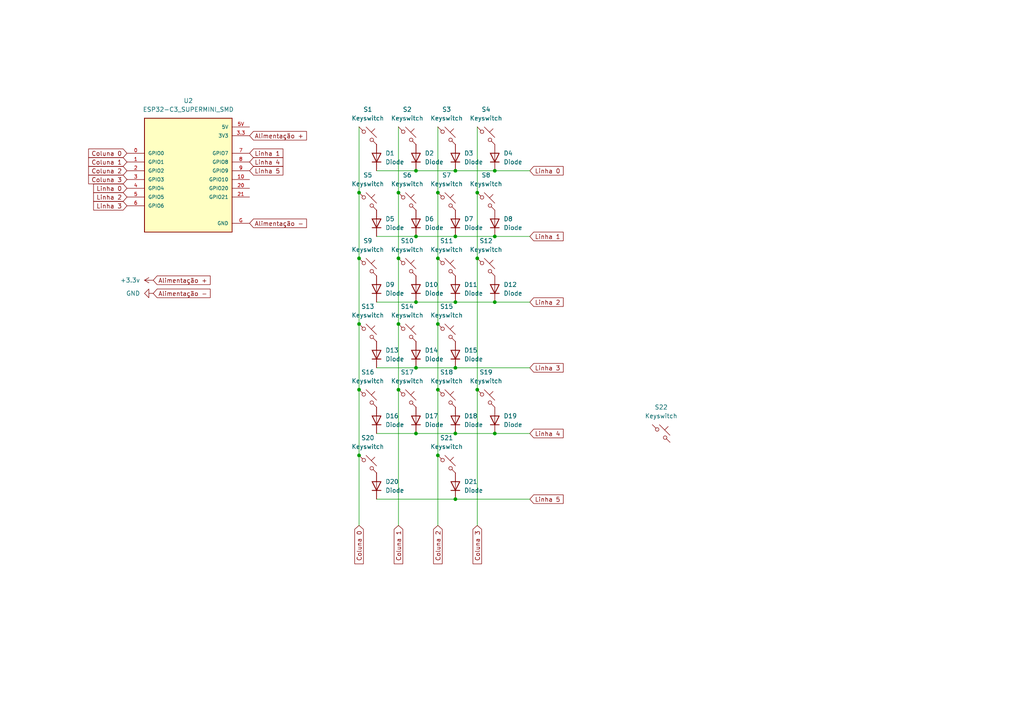
<source format=kicad_sch>
(kicad_sch (version 20231120) (generator "eeschema") (generator_version "8.0")
  (paper "A4")
  (lib_symbols
    (symbol "ESP32-C3_SUPERMINI_SMD:ESP32-C3_SUPERMINI_SMD" (pin_names (offset 1.016))
      (property "Reference" "U" (at -12.7 16.002 0))
      (property "Value" "ESP32-C3_SUPERMINI_SMD" (at -12.7 -20.32 0))
      (symbol "ESP32-C3_SUPERMINI_SMD_0_0"
        (rectangle (start -12.7 -17.78) (end 12.7 15.24) (stroke (width 0.254)) (fill (type background)))
        (pin bidirectional line (at -17.78 5.08 0) (length 5.08) (name "GPIO0") (number "0"))
        (pin bidirectional line (at -17.78 2.54 0) (length 5.08) (name "GPIO1") (number "1"))
        (pin bidirectional line (at 17.78 -2.54 180) (length 5.08) (name "GPIO10") (number "10"))
        (pin bidirectional line (at -17.78 0 0) (length 5.08) (name "GPIO2") (number "2"))
        (pin bidirectional line (at 17.78 -5.08 180) (length 5.08) (name "GPIO20") (number "20"))
        (pin bidirectional line (at 17.78 -7.62 180) (length 5.08) (name "GPIO21") (number "21"))
        (pin bidirectional line (at -17.78 -2.54 0) (length 5.08) (name "GPIO3") (number "3"))
        (pin power_in line (at 17.78 10.16 180) (length 5.08) (name "3V3") (number "3.3"))
        (pin bidirectional line (at -17.78 -5.08 0) (length 5.08) (name "GPIO4") (number "4"))
        (pin bidirectional line (at -17.78 -7.62 0) (length 5.08) (name "GPIO5") (number "5"))
        (pin power_in line (at 17.78 12.7 180) (length 5.08) (name "5V") (number "5V"))
        (pin bidirectional line (at -17.78 -10.16 0) (length 5.08) (name "GPIO6") (number "6"))
        (pin bidirectional line (at 17.78 5.08 180) (length 5.08) (name "GPIO7") (number "7"))
        (pin bidirectional line (at 17.78 2.54 180) (length 5.08) (name "GPIO8") (number "8"))
        (pin bidirectional line (at 17.78 0 180) (length 5.08) (name "GPIO9") (number "9"))
        (pin power_in line (at 17.78 -15.24 180) (length 5.08) (name "GND") (number "G"))
      )
    )
    (symbol "ScottoKeebs:Placeholder_Diode" (pin_numbers hide) (pin_names hide)
      (property "Reference" "D" (at 0 2.54 0))
      (property "Value" "Diode" (at 0 -2.54 0))
      (symbol "Placeholder_Diode_0_1"
        (polyline (pts (xy -1.27 1.27) (xy -1.27 -1.27)) (stroke (width 0.254)))
        (polyline (pts (xy 1.27 0) (xy -1.27 0)))
        (polyline (pts (xy 1.27 1.27) (xy 1.27 -1.27) (xy -1.27 0) (xy 1.27 1.27)) (stroke (width 0.254)))
      )
      (symbol "Placeholder_Diode_1_1"
        (pin passive line (at -3.81 0 0) (length 2.54) (name "K") (number "1"))
        (pin passive line (at 3.81 0 180) (length 2.54) (name "A") (number "2"))
      )
    )
    (symbol "ScottoKeebs:Placeholder_Keyswitch" (pin_numbers hide) (pin_names (offset 1.016) hide)
      (property "Reference" "S" (at 3.048 1.016 0))
      (property "Value" "Keyswitch" (at 0 -3.81 0))
      (symbol "Placeholder_Keyswitch_0_1"
        (circle (center -1.1684 1.1684) (radius 0.508))
        (polyline (pts (xy -0.508 2.54) (xy 2.54 -0.508)))
        (polyline (pts (xy 1.016 1.016) (xy 2.032 2.032)))
        (polyline (pts (xy -2.54 2.54) (xy -1.524 1.524) (xy -1.524 1.524)))
        (polyline (pts (xy 1.524 -1.524) (xy 2.54 -2.54) (xy 2.54 -2.54) (xy 2.54 -2.54)))
        (circle (center 1.143 -1.1938) (radius 0.508))
        (pin passive line (at -2.54 2.54 0) (length 0) (name "1") (number "1"))
        (pin passive line (at 2.54 -2.54 180) (length 0) (name "2") (number "2"))
      )
    )
    (symbol "power:+5V" (power) (pin_numbers hide) (pin_names (offset 0) hide)
      (property "Value" "+5V" (at 0 3.556 0))
      (symbol "+5V_0_1"
        (polyline (pts (xy -0.762 1.27) (xy 0 2.54)))
        (polyline (pts (xy 0 0) (xy 0 2.54)))
        (polyline (pts (xy 0 2.54) (xy 0.762 1.27)))
      )
      (symbol "+5V_1_1"
        (pin power_in line (at 0 0 90) (length 0) (name "~") (number "1"))
      )
    )
    (symbol "power:GND" (power) (pin_numbers hide) (pin_names (offset 0) hide)
      (property "Value" "GND" (at 0 -3.81 0))
      (symbol "GND_0_1"
        (polyline (pts (xy 0 0) (xy 0 -1.27) (xy 1.27 -1.27) (xy 0 -2.54) (xy -1.27 -1.27) (xy 0 -1.27)))
      )
      (symbol "GND_1_1"
        (pin power_in line (at 0 0 270) (length 0) (name "~") (number "1"))
      )
    )
  )
  (junction (at 127 93.98))
  (junction (at 132.08 144.78))
  (junction (at 120.65 125.73))
  (junction (at 127 113.03))
  (junction (at 143.51 68.58))
  (junction (at 104.14 113.03))
  (junction (at 143.51 87.63))
  (junction (at 104.14 132.08))
  (junction (at 115.57 55.88))
  (junction (at 120.65 68.58))
  (junction (at 120.65 87.63))
  (junction (at 104.14 55.88))
  (junction (at 132.08 49.53))
  (junction (at 115.57 74.93))
  (junction (at 127 132.08))
  (junction (at 120.65 49.53))
  (junction (at 115.57 113.03))
  (junction (at 127 74.93))
  (junction (at 104.14 93.98))
  (junction (at 104.14 74.93))
  (junction (at 132.08 87.63))
  (junction (at 138.43 113.03))
  (junction (at 120.65 106.68))
  (junction (at 132.08 125.73))
  (junction (at 143.51 49.53))
  (junction (at 138.43 74.93))
  (junction (at 127 55.88))
  (junction (at 132.08 106.68))
  (junction (at 115.57 93.98))
  (junction (at 138.43 55.88))
  (junction (at 132.08 68.58))
  (junction (at 143.51 125.73))
  (wire (pts (xy 115.57 36.83) (xy 115.57 55.88)))
  (wire (pts (xy 127 113.03) (xy 127 132.08)))
  (wire (pts (xy 138.43 74.93) (xy 138.43 113.03)))
  (wire (pts (xy 132.08 106.68) (xy 153.67 106.68)))
  (wire (pts (xy 115.57 93.98) (xy 115.57 113.03)))
  (wire (pts (xy 120.65 125.73) (xy 132.08 125.73)))
  (wire (pts (xy 109.22 87.63) (xy 120.65 87.63)))
  (wire (pts (xy 138.43 36.83) (xy 138.43 55.88)))
  (wire (pts (xy 120.65 68.58) (xy 132.08 68.58)))
  (wire (pts (xy 104.14 132.08) (xy 104.14 152.4)))
  (wire (pts (xy 132.08 68.58) (xy 143.51 68.58)))
  (wire (pts (xy 143.51 125.73) (xy 153.67 125.73)))
  (wire (pts (xy 109.22 125.73) (xy 120.65 125.73)))
  (wire (pts (xy 109.22 106.68) (xy 120.65 106.68)))
  (wire (pts (xy 138.43 113.03) (xy 138.43 152.4)))
  (wire (pts (xy 115.57 113.03) (xy 115.57 152.4)))
  (wire (pts (xy 115.57 55.88) (xy 115.57 74.93)))
  (wire (pts (xy 104.14 74.93) (xy 104.14 93.98)))
  (wire (pts (xy 132.08 125.73) (xy 143.51 125.73)))
  (wire (pts (xy 132.08 87.63) (xy 143.51 87.63)))
  (wire (pts (xy 120.65 49.53) (xy 132.08 49.53)))
  (wire (pts (xy 127 55.88) (xy 127 74.93)))
  (wire (pts (xy 104.14 113.03) (xy 104.14 132.08)))
  (wire (pts (xy 127 74.93) (xy 127 93.98)))
  (wire (pts (xy 109.22 144.78) (xy 132.08 144.78)))
  (wire (pts (xy 138.43 55.88) (xy 138.43 74.93)))
  (wire (pts (xy 109.22 49.53) (xy 120.65 49.53)))
  (wire (pts (xy 127 36.83) (xy 127 55.88)))
  (wire (pts (xy 127 93.98) (xy 127 113.03)))
  (wire (pts (xy 132.08 144.78) (xy 153.67 144.78)))
  (wire (pts (xy 143.51 87.63) (xy 153.67 87.63)))
  (wire (pts (xy 120.65 87.63) (xy 132.08 87.63)))
  (wire (pts (xy 104.14 36.83) (xy 104.14 55.88)))
  (wire (pts (xy 127 132.08) (xy 127 152.4)))
  (wire (pts (xy 132.08 49.53) (xy 143.51 49.53)))
  (wire (pts (xy 109.22 68.58) (xy 120.65 68.58)))
  (wire (pts (xy 143.51 68.58) (xy 153.67 68.58)))
  (wire (pts (xy 120.65 106.68) (xy 132.08 106.68)))
  (wire (pts (xy 143.51 49.53) (xy 153.67 49.53)))
  (wire (pts (xy 104.14 55.88) (xy 104.14 74.93)))
  (wire (pts (xy 115.57 74.93) (xy 115.57 93.98)))
  (wire (pts (xy 104.14 93.98) (xy 104.14 113.03)))
  (global_label "Linha 4" (shape input) (at 153.67 125.73 0) (property "Intersheetrefs" "${INTERSHEET_REFS}" (effects (hide yes))))
  (global_label "Coluna 2" (shape input) (at 36.83 49.53 180) (property "Intersheetrefs" "${INTERSHEET_REFS}" (effects (hide yes))))
  (global_label "Linha 5" (shape input) (at 72.39 49.53 0) (property "Intersheetrefs" "${INTERSHEET_REFS}" (effects (hide yes))))
  (global_label "Alimentação +" (shape input) (at 44.45 81.28 0) (property "Intersheetrefs" "${INTERSHEET_REFS}" (effects (hide yes))))
  (global_label "Linha 2" (shape input) (at 153.67 87.63 0) (property "Intersheetrefs" "${INTERSHEET_REFS}" (effects (hide yes))))
  (global_label "Alimentação -" (shape input) (at 44.45 85.09 0) (property "Intersheetrefs" "${INTERSHEET_REFS}" (effects (hide yes))))
  (global_label "Linha 3" (shape input) (at 153.67 106.68 0) (property "Intersheetrefs" "${INTERSHEET_REFS}" (effects (hide yes))))
  (global_label "Coluna 3" (shape input) (at 36.83 52.07 180) (property "Intersheetrefs" "${INTERSHEET_REFS}" (effects (hide yes))))
  (global_label "Coluna 0" (shape input) (at 36.83 44.45 180) (property "Intersheetrefs" "${INTERSHEET_REFS}" (effects (hide yes))))
  (global_label "Coluna 3" (shape input) (at 138.43 152.4 270) (property "Intersheetrefs" "${INTERSHEET_REFS}" (effects (hide yes))))
  (global_label "Alimentação -" (shape input) (at 72.39 64.77 0) (property "Intersheetrefs" "${INTERSHEET_REFS}" (effects (hide yes))))
  (global_label "Linha 3" (shape input) (at 36.83 59.69 180) (property "Intersheetrefs" "${INTERSHEET_REFS}" (effects (hide yes))))
  (global_label "Coluna 1" (shape input) (at 115.57 152.4 270) (property "Intersheetrefs" "${INTERSHEET_REFS}" (effects (hide yes))))
  (global_label "Linha 1" (shape input) (at 72.39 44.45 0) (property "Intersheetrefs" "${INTERSHEET_REFS}" (effects (hide yes))))
  (global_label "Linha 5" (shape input) (at 153.67 144.78 0) (property "Intersheetrefs" "${INTERSHEET_REFS}" (effects (hide yes))))
  (global_label "Alimentação +" (shape input) (at 72.39 39.37 0) (property "Intersheetrefs" "${INTERSHEET_REFS}" (effects (hide yes))))
  (global_label "Linha 1" (shape input) (at 153.67 68.58 0) (property "Intersheetrefs" "${INTERSHEET_REFS}" (effects (hide yes))))
  (global_label "Linha 4" (shape input) (at 72.39 46.99 0) (property "Intersheetrefs" "${INTERSHEET_REFS}" (effects (hide yes))))
  (global_label "Coluna 0" (shape input) (at 104.14 152.4 270) (property "Intersheetrefs" "${INTERSHEET_REFS}" (effects (hide yes))))
  (global_label "Coluna 2" (shape input) (at 127 152.4 270) (property "Intersheetrefs" "${INTERSHEET_REFS}" (effects (hide yes))))
  (global_label "Linha 0" (shape input) (at 153.67 49.53 0) (property "Intersheetrefs" "${INTERSHEET_REFS}" (effects (hide yes))))
  (global_label "Linha 2" (shape input) (at 36.83 57.15 180) (property "Intersheetrefs" "${INTERSHEET_REFS}" (effects (hide yes))))
  (global_label "Linha 0" (shape input) (at 36.83 54.61 180) (property "Intersheetrefs" "${INTERSHEET_REFS}" (effects (hide yes))))
  (global_label "Coluna 1" (shape input) (at 36.83 46.99 180) (property "Intersheetrefs" "${INTERSHEET_REFS}" (effects (hide yes))))
  (symbol (lib_id "ScottoKeebs:Placeholder_Keyswitch") (at 118.11 39.37 0) (unit 1)
    (property "Reference" "S2" (at 118.11 31.75 0))
    (property "Value" "Keyswitch" (at 118.11 34.29 0))
    (property "Footprint" "ScottoKeebs_Hotswap:Hotswap_MX_Plated_1.00u" (effects (hide yes)))
    (property "Description" "Push button switch, normally open, two pins, 45° tilted" (effects (hide yes)))
  )
  (symbol (lib_id "ScottoKeebs:Placeholder_Keyswitch") (at 191.77 125.73 0) (unit 1)
    (property "Reference" "S22" (at 191.77 118.11 0))
    (property "Value" "Keyswitch" (at 191.77 120.65 0))
    (property "Footprint" "Keebio-Parts:Cherry-MX-Low-Profile" (effects (hide yes)))
    (property "Description" "Push button switch, normally open, two pins, 45° tilted" (effects (hide yes)))
  )
  (symbol (lib_id "ScottoKeebs:Placeholder_Diode") (at 132.08 140.97 90) (unit 1)
    (property "Reference" "D21" (at 134.62 139.6999 90) (effects (justify right)))
    (property "Value" "Diode" (at 134.62 142.2399 90) (effects (justify right)))
    (property "Footprint" "Diode_THT:D_DO-35_SOD27_P7.62mm_Horizontal" (effects (hide yes)))
    (property "Description" "1N4148 (DO-35) or 1N4148W (SOD-123)" (effects (hide yes)))
    (property "Sim.Device" "D" (effects (hide yes)))
    (property "Sim.Pins" "1=K 2=A" (effects (hide yes)))
  )
  (symbol (lib_id "ScottoKeebs:Placeholder_Keyswitch") (at 106.68 77.47 0) (unit 1)
    (property "Reference" "S9" (at 106.68 69.85 0))
    (property "Value" "Keyswitch" (at 106.68 72.39 0))
    (property "Footprint" "ScottoKeebs_Hotswap:Hotswap_MX_Plated_1.00u" (effects (hide yes)))
    (property "Description" "Push button switch, normally open, two pins, 45° tilted" (effects (hide yes)))
  )
  (symbol (lib_id "ScottoKeebs:Placeholder_Keyswitch") (at 118.11 77.47 0) (unit 1)
    (property "Reference" "S10" (at 118.11 69.85 0))
    (property "Value" "Keyswitch" (at 118.11 72.39 0))
    (property "Footprint" "ScottoKeebs_Hotswap:Hotswap_MX_Plated_1.00u" (effects (hide yes)))
    (property "Description" "Push button switch, normally open, two pins, 45° tilted" (effects (hide yes)))
  )
  (symbol (lib_id "ScottoKeebs:Placeholder_Keyswitch") (at 118.11 58.42 0) (unit 1)
    (property "Reference" "S6" (at 118.11 50.8 0))
    (property "Value" "Keyswitch" (at 118.11 53.34 0))
    (property "Footprint" "ScottoKeebs_Hotswap:Hotswap_MX_Plated_1.00u" (effects (hide yes)))
    (property "Description" "Push button switch, normally open, two pins, 45° tilted" (effects (hide yes)))
  )
  (symbol (lib_id "ScottoKeebs:Placeholder_Diode") (at 120.65 121.92 90) (unit 1)
    (property "Reference" "D17" (at 123.19 120.6499 90) (effects (justify right)))
    (property "Value" "Diode" (at 123.19 123.1899 90) (effects (justify right)))
    (property "Footprint" "Diode_THT:D_DO-35_SOD27_P7.62mm_Horizontal" (effects (hide yes)))
    (property "Description" "1N4148 (DO-35) or 1N4148W (SOD-123)" (effects (hide yes)))
    (property "Sim.Device" "D" (effects (hide yes)))
    (property "Sim.Pins" "1=K 2=A" (effects (hide yes)))
  )
  (symbol (lib_id "ScottoKeebs:Placeholder_Keyswitch") (at 140.97 115.57 0) (unit 1)
    (property "Reference" "S19" (at 140.97 107.95 0))
    (property "Value" "Keyswitch" (at 140.97 110.49 0))
    (property "Footprint" "ScottoKeebs_Hotswap:Hotswap_MX_Plated_1.00u" (effects (hide yes)))
    (property "Description" "Push button switch, normally open, two pins, 45° tilted" (effects (hide yes)))
  )
  (symbol (lib_id "ScottoKeebs:Placeholder_Diode") (at 143.51 121.92 90) (unit 1)
    (property "Reference" "D19" (at 146.05 120.6499 90) (effects (justify right)))
    (property "Value" "Diode" (at 146.05 123.1899 90) (effects (justify right)))
    (property "Footprint" "Diode_THT:D_DO-35_SOD27_P7.62mm_Horizontal" (effects (hide yes)))
    (property "Description" "1N4148 (DO-35) or 1N4148W (SOD-123)" (effects (hide yes)))
    (property "Sim.Device" "D" (effects (hide yes)))
    (property "Sim.Pins" "1=K 2=A" (effects (hide yes)))
  )
  (symbol (lib_id "ScottoKeebs:Placeholder_Keyswitch") (at 129.54 115.57 0) (unit 1)
    (property "Reference" "S18" (at 129.54 107.95 0))
    (property "Value" "Keyswitch" (at 129.54 110.49 0))
    (property "Footprint" "ScottoKeebs_Hotswap:Hotswap_MX_Plated_1.00u" (effects (hide yes)))
    (property "Description" "Push button switch, normally open, two pins, 45° tilted" (effects (hide yes)))
  )
  (symbol (lib_id "ScottoKeebs:Placeholder_Keyswitch") (at 106.68 58.42 0) (unit 1)
    (property "Reference" "S5" (at 106.68 50.8 0))
    (property "Value" "Keyswitch" (at 106.68 53.34 0))
    (property "Footprint" "ScottoKeebs_Hotswap:Hotswap_MX_Plated_1.00u" (effects (hide yes)))
    (property "Description" "Push button switch, normally open, two pins, 45° tilted" (effects (hide yes)))
  )
  (symbol (lib_id "power:+5V") (at 44.45 81.28 90) (unit 1)
    (property "Reference" "#PWR01" (effects (hide yes)))
    (property "Value" "+3.3v" (at 40.64 81.2799 90) (effects (justify left)))
    (property "Description" "Power symbol creates a global label with name \"+5V\"" (effects (hide yes)))
  )
  (symbol (lib_id "ScottoKeebs:Placeholder_Keyswitch") (at 140.97 39.37 0) (unit 1)
    (property "Reference" "S4" (at 140.97 31.75 0))
    (property "Value" "Keyswitch" (at 140.97 34.29 0))
    (property "Footprint" "ScottoKeebs_Hotswap:Hotswap_MX_Plated_1.00u" (effects (hide yes)))
    (property "Description" "Push button switch, normally open, two pins, 45° tilted" (effects (hide yes)))
  )
  (symbol (lib_id "ScottoKeebs:Placeholder_Keyswitch") (at 106.68 134.62 0) (unit 1)
    (property "Reference" "S20" (at 106.68 127 0))
    (property "Value" "Keyswitch" (at 106.68 129.54 0))
    (property "Footprint" "ScottoKeebs_Hotswap:Hotswap_MX_Plated_1.00u" (effects (hide yes)))
    (property "Description" "Push button switch, normally open, two pins, 45° tilted" (effects (hide yes)))
  )
  (symbol (lib_id "ScottoKeebs:Placeholder_Diode") (at 132.08 83.82 90) (unit 1)
    (property "Reference" "D11" (at 134.62 82.5499 90) (effects (justify right)))
    (property "Value" "Diode" (at 134.62 85.0899 90) (effects (justify right)))
    (property "Footprint" "Diode_THT:D_DO-35_SOD27_P7.62mm_Horizontal" (effects (hide yes)))
    (property "Description" "1N4148 (DO-35) or 1N4148W (SOD-123)" (effects (hide yes)))
    (property "Sim.Device" "D" (effects (hide yes)))
    (property "Sim.Pins" "1=K 2=A" (effects (hide yes)))
  )
  (symbol (lib_id "ScottoKeebs:Placeholder_Keyswitch") (at 129.54 58.42 0) (unit 1)
    (property "Reference" "S7" (at 129.54 50.8 0))
    (property "Value" "Keyswitch" (at 129.54 53.34 0))
    (property "Footprint" "ScottoKeebs_Hotswap:Hotswap_MX_Plated_1.00u" (effects (hide yes)))
    (property "Description" "Push button switch, normally open, two pins, 45° tilted" (effects (hide yes)))
  )
  (symbol (lib_id "ScottoKeebs:Placeholder_Keyswitch") (at 140.97 77.47 0) (unit 1)
    (property "Reference" "S12" (at 140.97 69.85 0))
    (property "Value" "Keyswitch" (at 140.97 72.39 0))
    (property "Footprint" "ScottoKeebs_Hotswap:Hotswap_MX_Plated_1.00u" (effects (hide yes)))
    (property "Description" "Push button switch, normally open, two pins, 45° tilted" (effects (hide yes)))
  )
  (symbol (lib_id "ScottoKeebs:Placeholder_Diode") (at 143.51 45.72 90) (unit 1)
    (property "Reference" "D4" (at 146.05 44.4499 90) (effects (justify right)))
    (property "Value" "Diode" (at 146.05 46.9899 90) (effects (justify right)))
    (property "Footprint" "Diode_THT:D_DO-35_SOD27_P7.62mm_Horizontal" (effects (hide yes)))
    (property "Description" "1N4148 (DO-35) or 1N4148W (SOD-123)" (effects (hide yes)))
    (property "Sim.Device" "D" (effects (hide yes)))
    (property "Sim.Pins" "1=K 2=A" (effects (hide yes)))
  )
  (symbol (lib_id "ScottoKeebs:Placeholder_Diode") (at 109.22 102.87 90) (unit 1)
    (property "Reference" "D13" (at 111.76 101.5999 90) (effects (justify right)))
    (property "Value" "Diode" (at 111.76 104.1399 90) (effects (justify right)))
    (property "Footprint" "Diode_THT:D_DO-35_SOD27_P7.62mm_Horizontal" (effects (hide yes)))
    (property "Description" "1N4148 (DO-35) or 1N4148W (SOD-123)" (effects (hide yes)))
    (property "Sim.Device" "D" (effects (hide yes)))
    (property "Sim.Pins" "1=K 2=A" (effects (hide yes)))
  )
  (symbol (lib_id "ScottoKeebs:Placeholder_Keyswitch") (at 106.68 115.57 0) (unit 1)
    (property "Reference" "S16" (at 106.68 107.95 0))
    (property "Value" "Keyswitch" (at 106.68 110.49 0))
    (property "Footprint" "ScottoKeebs_Hotswap:Hotswap_MX_Plated_1.00u" (effects (hide yes)))
    (property "Description" "Push button switch, normally open, two pins, 45° tilted" (effects (hide yes)))
  )
  (symbol (lib_id "ScottoKeebs:Placeholder_Diode") (at 132.08 64.77 90) (unit 1)
    (property "Reference" "D7" (at 134.62 63.4999 90) (effects (justify right)))
    (property "Value" "Diode" (at 134.62 66.0399 90) (effects (justify right)))
    (property "Footprint" "Diode_THT:D_DO-35_SOD27_P7.62mm_Horizontal" (effects (hide yes)))
    (property "Description" "1N4148 (DO-35) or 1N4148W (SOD-123)" (effects (hide yes)))
    (property "Sim.Device" "D" (effects (hide yes)))
    (property "Sim.Pins" "1=K 2=A" (effects (hide yes)))
  )
  (symbol (lib_id "ScottoKeebs:Placeholder_Keyswitch") (at 140.97 58.42 0) (unit 1)
    (property "Reference" "S8" (at 140.97 50.8 0))
    (property "Value" "Keyswitch" (at 140.97 53.34 0))
    (property "Footprint" "ScottoKeebs_Hotswap:Hotswap_MX_Plated_1.00u" (effects (hide yes)))
    (property "Description" "Push button switch, normally open, two pins, 45° tilted" (effects (hide yes)))
  )
  (symbol (lib_id "ScottoKeebs:Placeholder_Keyswitch") (at 118.11 96.52 0) (unit 1)
    (property "Reference" "S14" (at 118.11 88.9 0))
    (property "Value" "Keyswitch" (at 118.11 91.44 0))
    (property "Footprint" "ScottoKeebs_Hotswap:Hotswap_MX_Plated_1.00u" (effects (hide yes)))
    (property "Description" "Push button switch, normally open, two pins, 45° tilted" (effects (hide yes)))
  )
  (symbol (lib_id "ScottoKeebs:Placeholder_Diode") (at 120.65 83.82 90) (unit 1)
    (property "Reference" "D10" (at 123.19 82.5499 90) (effects (justify right)))
    (property "Value" "Diode" (at 123.19 85.0899 90) (effects (justify right)))
    (property "Footprint" "Diode_THT:D_DO-35_SOD27_P7.62mm_Horizontal" (effects (hide yes)))
    (property "Description" "1N4148 (DO-35) or 1N4148W (SOD-123)" (effects (hide yes)))
    (property "Sim.Device" "D" (effects (hide yes)))
    (property "Sim.Pins" "1=K 2=A" (effects (hide yes)))
  )
  (symbol (lib_id "ScottoKeebs:Placeholder_Diode") (at 132.08 102.87 90) (unit 1)
    (property "Reference" "D15" (at 134.62 101.5999 90) (effects (justify right)))
    (property "Value" "Diode" (at 134.62 104.1399 90) (effects (justify right)))
    (property "Footprint" "Diode_THT:D_DO-35_SOD27_P7.62mm_Horizontal" (effects (hide yes)))
    (property "Description" "1N4148 (DO-35) or 1N4148W (SOD-123)" (effects (hide yes)))
    (property "Sim.Device" "D" (effects (hide yes)))
    (property "Sim.Pins" "1=K 2=A" (effects (hide yes)))
  )
  (symbol (lib_id "ScottoKeebs:Placeholder_Keyswitch") (at 129.54 77.47 0) (unit 1)
    (property "Reference" "S11" (at 129.54 69.85 0))
    (property "Value" "Keyswitch" (at 129.54 72.39 0))
    (property "Footprint" "ScottoKeebs_Hotswap:Hotswap_MX_Plated_1.00u" (effects (hide yes)))
    (property "Description" "Push button switch, normally open, two pins, 45° tilted" (effects (hide yes)))
  )
  (symbol (lib_id "ScottoKeebs:Placeholder_Keyswitch") (at 106.68 39.37 0) (unit 1)
    (property "Reference" "S1" (at 106.68 31.75 0))
    (property "Value" "Keyswitch" (at 106.68 34.29 0))
    (property "Footprint" "ScottoKeebs_Hotswap:Hotswap_MX_Plated_1.00u" (effects (hide yes)))
    (property "Description" "Push button switch, normally open, two pins, 45° tilted" (effects (hide yes)))
  )
  (symbol (lib_id "ScottoKeebs:Placeholder_Diode") (at 109.22 121.92 90) (unit 1)
    (property "Reference" "D16" (at 111.76 120.6499 90) (effects (justify right)))
    (property "Value" "Diode" (at 111.76 123.1899 90) (effects (justify right)))
    (property "Footprint" "Diode_THT:D_DO-35_SOD27_P7.62mm_Horizontal" (effects (hide yes)))
    (property "Description" "1N4148 (DO-35) or 1N4148W (SOD-123)" (effects (hide yes)))
    (property "Sim.Device" "D" (effects (hide yes)))
    (property "Sim.Pins" "1=K 2=A" (effects (hide yes)))
  )
  (symbol (lib_id "ScottoKeebs:Placeholder_Diode") (at 120.65 45.72 90) (unit 1)
    (property "Reference" "D2" (at 123.19 44.4499 90) (effects (justify right)))
    (property "Value" "Diode" (at 123.19 46.9899 90) (effects (justify right)))
    (property "Footprint" "Diode_THT:D_DO-35_SOD27_P7.62mm_Horizontal" (effects (hide yes)))
    (property "Description" "1N4148 (DO-35) or 1N4148W (SOD-123)" (effects (hide yes)))
    (property "Sim.Device" "D" (effects (hide yes)))
    (property "Sim.Pins" "1=K 2=A" (effects (hide yes)))
  )
  (symbol (lib_id "ScottoKeebs:Placeholder_Keyswitch") (at 129.54 96.52 0) (unit 1)
    (property "Reference" "S15" (at 129.54 88.9 0))
    (property "Value" "Keyswitch" (at 129.54 91.44 0))
    (property "Footprint" "ScottoKeebs_Hotswap:Hotswap_MX_Plated_1.00u" (effects (hide yes)))
    (property "Description" "Push button switch, normally open, two pins, 45° tilted" (effects (hide yes)))
  )
  (symbol (lib_id "ScottoKeebs:Placeholder_Diode") (at 120.65 102.87 90) (unit 1)
    (property "Reference" "D14" (at 123.19 101.5999 90) (effects (justify right)))
    (property "Value" "Diode" (at 123.19 104.1399 90) (effects (justify right)))
    (property "Footprint" "Diode_THT:D_DO-35_SOD27_P7.62mm_Horizontal" (effects (hide yes)))
    (property "Description" "1N4148 (DO-35) or 1N4148W (SOD-123)" (effects (hide yes)))
    (property "Sim.Device" "D" (effects (hide yes)))
    (property "Sim.Pins" "1=K 2=A" (effects (hide yes)))
  )
  (symbol (lib_id "ScottoKeebs:Placeholder_Keyswitch") (at 129.54 39.37 0) (unit 1)
    (property "Reference" "S3" (at 129.54 31.75 0))
    (property "Value" "Keyswitch" (at 129.54 34.29 0))
    (property "Footprint" "ScottoKeebs_Hotswap:Hotswap_MX_Plated_1.00u" (effects (hide yes)))
    (property "Description" "Push button switch, normally open, two pins, 45° tilted" (effects (hide yes)))
  )
  (symbol (lib_id "ScottoKeebs:Placeholder_Keyswitch") (at 129.54 134.62 0) (unit 1)
    (property "Reference" "S21" (at 129.54 127 0))
    (property "Value" "Keyswitch" (at 129.54 129.54 0))
    (property "Footprint" "ScottoKeebs_Hotswap:Hotswap_MX_Plated_1.00u" (effects (hide yes)))
    (property "Description" "Push button switch, normally open, two pins, 45° tilted" (effects (hide yes)))
  )
  (symbol (lib_id "ScottoKeebs:Placeholder_Diode") (at 143.51 64.77 90) (unit 1)
    (property "Reference" "D8" (at 146.05 63.4999 90) (effects (justify right)))
    (property "Value" "Diode" (at 146.05 66.0399 90) (effects (justify right)))
    (property "Footprint" "Diode_THT:D_DO-35_SOD27_P7.62mm_Horizontal" (effects (hide yes)))
    (property "Description" "1N4148 (DO-35) or 1N4148W (SOD-123)" (effects (hide yes)))
    (property "Sim.Device" "D" (effects (hide yes)))
    (property "Sim.Pins" "1=K 2=A" (effects (hide yes)))
  )
  (symbol (lib_id "ScottoKeebs:Placeholder_Diode") (at 109.22 83.82 90) (unit 1)
    (property "Reference" "D9" (at 111.76 82.5499 90) (effects (justify right)))
    (property "Value" "Diode" (at 111.76 85.0899 90) (effects (justify right)))
    (property "Footprint" "Diode_THT:D_DO-35_SOD27_P7.62mm_Horizontal" (effects (hide yes)))
    (property "Description" "1N4148 (DO-35) or 1N4148W (SOD-123)" (effects (hide yes)))
    (property "Sim.Device" "D" (effects (hide yes)))
    (property "Sim.Pins" "1=K 2=A" (effects (hide yes)))
  )
  (symbol (lib_id "ScottoKeebs:Placeholder_Diode") (at 132.08 45.72 90) (unit 1)
    (property "Reference" "D3" (at 134.62 44.4499 90) (effects (justify right)))
    (property "Value" "Diode" (at 134.62 46.9899 90) (effects (justify right)))
    (property "Footprint" "Diode_THT:D_DO-35_SOD27_P7.62mm_Horizontal" (effects (hide yes)))
    (property "Description" "1N4148 (DO-35) or 1N4148W (SOD-123)" (effects (hide yes)))
    (property "Sim.Device" "D" (effects (hide yes)))
    (property "Sim.Pins" "1=K 2=A" (effects (hide yes)))
  )
  (symbol (lib_id "ScottoKeebs:Placeholder_Keyswitch") (at 106.68 96.52 0) (unit 1)
    (property "Reference" "S13" (at 106.68 88.9 0))
    (property "Value" "Keyswitch" (at 106.68 91.44 0))
    (property "Footprint" "ScottoKeebs_Hotswap:Hotswap_MX_Plated_1.00u" (effects (hide yes)))
    (property "Description" "Push button switch, normally open, two pins, 45° tilted" (effects (hide yes)))
  )
  (symbol (lib_id "ScottoKeebs:Placeholder_Diode") (at 120.65 64.77 90) (unit 1)
    (property "Reference" "D6" (at 123.19 63.4999 90) (effects (justify right)))
    (property "Value" "Diode" (at 123.19 66.0399 90) (effects (justify right)))
    (property "Footprint" "Diode_THT:D_DO-35_SOD27_P7.62mm_Horizontal" (effects (hide yes)))
    (property "Description" "1N4148 (DO-35) or 1N4148W (SOD-123)" (effects (hide yes)))
    (property "Sim.Device" "D" (effects (hide yes)))
    (property "Sim.Pins" "1=K 2=A" (effects (hide yes)))
  )
  (symbol (lib_id "ScottoKeebs:Placeholder_Diode") (at 109.22 140.97 90) (unit 1)
    (property "Reference" "D20" (at 111.76 139.6999 90) (effects (justify right)))
    (property "Value" "Diode" (at 111.76 142.2399 90) (effects (justify right)))
    (property "Footprint" "Diode_THT:D_DO-35_SOD27_P7.62mm_Horizontal" (effects (hide yes)))
    (property "Description" "1N4148 (DO-35) or 1N4148W (SOD-123)" (effects (hide yes)))
    (property "Sim.Device" "D" (effects (hide yes)))
    (property "Sim.Pins" "1=K 2=A" (effects (hide yes)))
  )
  (symbol (lib_id "ScottoKeebs:Placeholder_Diode") (at 109.22 45.72 90) (unit 1)
    (property "Reference" "D1" (at 111.76 44.4499 90) (effects (justify right)))
    (property "Value" "Diode" (at 111.76 46.9899 90) (effects (justify right)))
    (property "Footprint" "Diode_THT:D_DO-35_SOD27_P7.62mm_Horizontal" (effects (hide yes)))
    (property "Description" "1N4148 (DO-35) or 1N4148W (SOD-123)" (effects (hide yes)))
    (property "Sim.Device" "D" (effects (hide yes)))
    (property "Sim.Pins" "1=K 2=A" (effects (hide yes)))
  )
  (symbol (lib_id "ScottoKeebs:Placeholder_Diode") (at 143.51 83.82 90) (unit 1)
    (property "Reference" "D12" (at 146.05 82.5499 90) (effects (justify right)))
    (property "Value" "Diode" (at 146.05 85.0899 90) (effects (justify right)))
    (property "Footprint" "Diode_THT:D_DO-35_SOD27_P7.62mm_Horizontal" (effects (hide yes)))
    (property "Description" "1N4148 (DO-35) or 1N4148W (SOD-123)" (effects (hide yes)))
    (property "Sim.Device" "D" (effects (hide yes)))
    (property "Sim.Pins" "1=K 2=A" (effects (hide yes)))
  )
  (symbol (lib_id "ScottoKeebs:Placeholder_Keyswitch") (at 118.11 115.57 0) (unit 1)
    (property "Reference" "S17" (at 118.11 107.95 0))
    (property "Value" "Keyswitch" (at 118.11 110.49 0))
    (property "Footprint" "ScottoKeebs_Hotswap:Hotswap_MX_Plated_1.00u" (effects (hide yes)))
    (property "Description" "Push button switch, normally open, two pins, 45° tilted" (effects (hide yes)))
  )
  (symbol (lib_id "ESP32-C3_SUPERMINI_SMD:ESP32-C3_SUPERMINI_SMD") (at 54.61 49.53 0) (unit 1)
    (property "Reference" "U2" (at 54.61 29.21 0))
    (property "Value" "ESP32-C3_SUPERMINI_SMD" (at 54.61 31.75 0))
    (property "Footprint" "ESP32-C3-SuperMini:ESP32-C3_SUPERMINI" (effects (hide yes)))
    (property "MF" "Espressif Systems" (effects (hide yes)))
    (property "MAXIMUM_PACKAGE_HEIGHT" "4.2mm" (effects (hide yes)))
    (property "Package" "None" (effects (hide yes)))
    (property "Price" "None" (effects (hide yes)))
    (property "Check_prices" "https://www.snapeda.com/parts/ESP32-C3%20SuperMini_SMD/Espressif+Systems/view-part/?ref=eda" (effects (hide yes)))
    (property "STANDARD" "Manufacturer Recommendations" (effects (hide yes)))
    (property "SnapEDA_Link" "https://www.snapeda.com/parts/ESP32-C3%20SuperMini_SMD/Espressif+Systems/view-part/?ref=snap" (effects (hide yes)))
    (property "MP" "ESP32-C3 SuperMini_SMD" (effects (hide yes)))
    (property "Description_1" "\nSuper tiny ESP32-C3 board\n" (effects (hide yes)))
    (property "Availability" "Not in stock" (effects (hide yes)))
    (property "MANUFACTURER" "Espressif" (effects (hide yes)))
  )
  (symbol (lib_id "ScottoKeebs:Placeholder_Diode") (at 109.22 64.77 90) (unit 1)
    (property "Reference" "D5" (at 111.76 63.4999 90) (effects (justify right)))
    (property "Value" "Diode" (at 111.76 66.0399 90) (effects (justify right)))
    (property "Footprint" "Diode_THT:D_DO-35_SOD27_P7.62mm_Horizontal" (effects (hide yes)))
    (property "Description" "1N4148 (DO-35) or 1N4148W (SOD-123)" (effects (hide yes)))
    (property "Sim.Device" "D" (effects (hide yes)))
    (property "Sim.Pins" "1=K 2=A" (effects (hide yes)))
  )
  (symbol (lib_id "power:GND") (at 44.45 85.09 270) (unit 1)
    (property "Reference" "#PWR02" (effects (hide yes)))
    (property "Value" "GND" (at 40.64 85.0899 90) (effects (justify right)))
    (property "Description" "Power symbol creates a global label with name \"GND\" , ground" (effects (hide yes)))
  )
  (symbol (lib_id "ScottoKeebs:Placeholder_Diode") (at 132.08 121.92 90) (unit 1)
    (property "Reference" "D18" (at 134.62 120.6499 90) (effects (justify right)))
    (property "Value" "Diode" (at 134.62 123.1899 90) (effects (justify right)))
    (property "Footprint" "Diode_THT:D_DO-35_SOD27_P7.62mm_Horizontal" (effects (hide yes)))
    (property "Description" "1N4148 (DO-35) or 1N4148W (SOD-123)" (effects (hide yes)))
    (property "Sim.Device" "D" (effects (hide yes)))
    (property "Sim.Pins" "1=K 2=A" (effects (hide yes)))
  )
)
</source>
